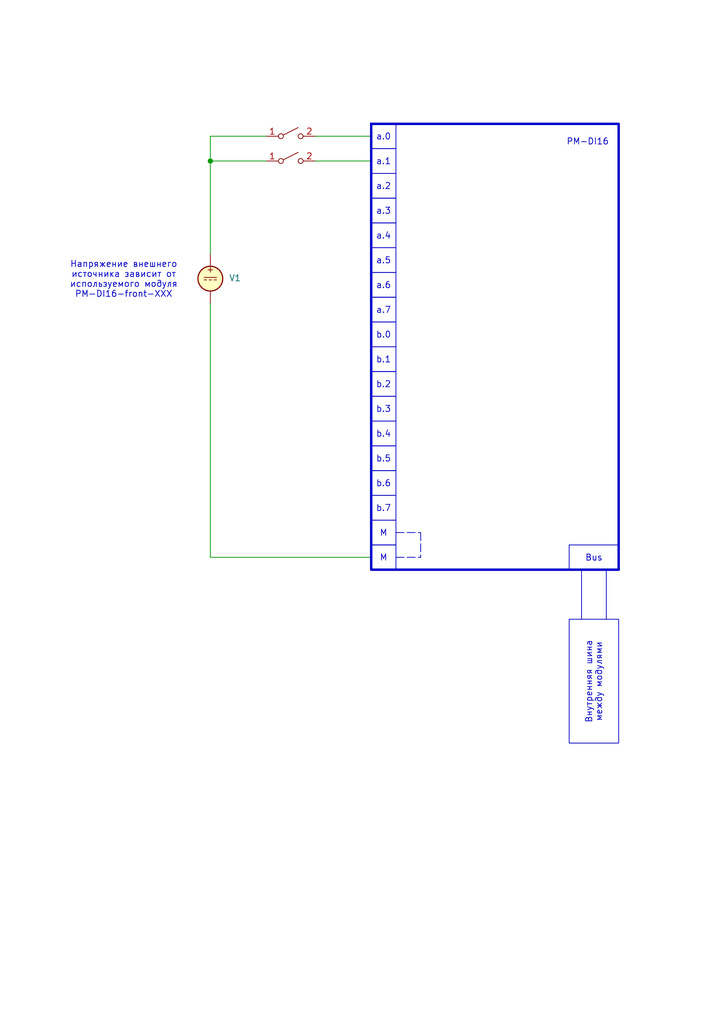
<source format=kicad_sch>
(kicad_sch (version 20231120) (generator "eeschema") (generator_version "8.0")
  (paper "A5" portrait)
  (title_block (title "Схема внешних подлючений PM-DI16") (date "2024-07-12"))
  (lib_symbols
    (symbol "Simulation_SPICE:VDC" (pin_numbers hide) (pin_names (offset 0.0254))
      (property "Reference" "V" (at 2.54 2.54 0))
      (property "Value" "1" (at 2.54 0 0))
      (symbol "VDC_0_0"
        (polyline (pts (xy -1.27 0.254) (xy 1.27 0.254)))
        (polyline (pts (xy -0.762 -0.254) (xy -1.27 -0.254)))
        (polyline (pts (xy 0.254 -0.254) (xy -0.254 -0.254)))
        (polyline (pts (xy 1.27 -0.254) (xy 0.762 -0.254)))
        (text "+" (at 0 1.905 0) (effects (font (size 1.27 1.27))))
      )
      (symbol "VDC_0_1"
        (circle (center 0 0) (radius 2.54) (stroke (width 0.254)) (fill (type background)))
      )
      (symbol "VDC_1_1"
        (pin passive line (at 0 5.08 270) (length 2.54) (name "~") (number "1"))
        (pin passive line (at 0 -5.08 90) (length 2.54) (name "~") (number "2"))
      )
    )
    (symbol "Switch:SW_SPST" (pin_names (offset 0) hide)
      (property "Reference" "SW" (at 0 3.175 0))
      (property "Value" "SW_SPST" (at 0 -2.54 0))
      (symbol "SW_SPST_0_0"
        (circle (center -2.032 0) (radius 0.508))
        (polyline (pts (xy -1.524 0.254) (xy 1.524 1.778)))
        (circle (center 2.032 0) (radius 0.508))
      )
      (symbol "SW_SPST_1_1"
        (pin passive line (at -5.08 0 0) (length 2.54) (name "A") (number "1"))
        (pin passive line (at 5.08 0 180) (length 2.54) (name "B") (number "2"))
      )
    )
  )
  (junction (at 43.18 33.02))
  (polyline (pts (xy 124.46 116.84) (xy 124.46 127)))
  (wire (pts (xy 43.18 33.02) (xy 54.61 33.02)))
  (wire (pts (xy 43.18 114.3) (xy 76.2 114.3)))
  (wire (pts (xy 64.77 33.02) (xy 76.2 33.02)))
  (polyline (pts (xy 81.28 114.3) (xy 86.36 114.3)) (stroke (width 0) (type dash)))
  (wire (pts (xy 43.18 27.94) (xy 54.61 27.94)))
  (polyline (pts (xy 119.38 116.84) (xy 119.38 127)))
  (wire (pts (xy 43.18 33.02) (xy 43.18 52.07)))
  (wire (pts (xy 43.18 27.94) (xy 43.18 33.02)))
  (polyline (pts (xy 81.28 109.22) (xy 86.36 109.22)) (stroke (width 0) (type dash)))
  (wire (pts (xy 64.77 27.94) (xy 76.2 27.94)))
  (polyline (pts (xy 86.36 109.22) (xy 86.36 114.3)) (stroke (width 0) (type dash)))
  (wire (pts (xy 43.18 114.3) (xy 43.18 62.23)))
  (rectangle (start 76.2 25.4) (end 127 116.84) (stroke (width 0.5)))
  (text_box "Напряжение внешнего источника зависит от используемого модуля PM-DI16-front-XXX" (at 12.7 50.8 0) (size 25.4 12.7) (stroke (width -0.0001)) (effects (font (size 1.27 1.27))))
  (text_box "b.2" (at 76.2 76.2 0) (size 5.08 5.08) (effects (font (size 1.27 1.27))))
  (text_box "Bus" (at 116.84 111.76 0) (size 10.16 5.08) (effects (font (size 1.27 1.27))))
  (text_box "a.3" (at 76.2 40.64 0) (size 5.08 5.08) (effects (font (size 1.27 1.27))))
  (text_box "a.6" (at 76.2 55.88 0) (size 5.08 5.08) (effects (font (size 1.27 1.27))))
  (text_box "b.5" (at 76.2 91.44 0) (size 5.08 5.08) (effects (font (size 1.27 1.27))))
  (text_box "b.1" (at 76.2 71.12 0) (size 5.08 5.08) (effects (font (size 1.27 1.27))))
  (text_box "a.0" (at 76.2 25.4 0) (size 5.08 5.08) (effects (font (size 1.27 1.27))))
  (text_box "b.0" (at 76.2 66.04 0) (size 5.08 5.08) (effects (font (size 1.27 1.27))))
  (text_box "Внутренняя шина между модулями" (at 116.84 127 90) (size 10.16 25.4) (effects (font (size 1.27 1.27))))
  (text_box "a.5" (at 76.2 50.8 0) (size 5.08 5.08) (effects (font (size 1.27 1.27))))
  (text_box "b.7" (at 76.2 101.6 0) (size 5.08 5.08) (effects (font (size 1.27 1.27))))
  (text_box "a.4" (at 76.2 45.72 0) (size 5.08 5.08) (effects (font (size 1.27 1.27))))
  (text_box "b.3" (at 76.2 81.28 0) (size 5.08 5.08) (effects (font (size 1.27 1.27))))
  (text_box "b.4" (at 76.2 86.36 0) (size 5.08 5.08) (effects (font (size 1.27 1.27))))
  (text_box "a.7" (at 76.2 60.96 0) (size 5.08 5.08) (effects (font (size 1.27 1.27))))
  (text_box "M" (at 76.2 111.76 0) (size 5.08 5.08) (effects (font (size 1.27 1.27))))
  (text_box "M" (at 76.2 106.68 0) (size 5.08 5.08) (effects (font (size 1.27 1.27))))
  (text_box "b.6" (at 76.2 96.52 0) (size 5.08 5.08) (effects (font (size 1.27 1.27))))
  (text_box "a.1" (at 76.2 30.48 0) (size 5.08 5.08) (effects (font (size 1.27 1.27))))
  (text_box "a.2" (at 76.2 35.56 0) (size 5.08 5.08) (effects (font (size 1.27 1.27))))
  (text "PM-DI16" (at 120.65 29.21 0) (effects (font (size 1.27 1.27))))
  (symbol (lib_id "Switch:SW_SPST") (at 59.69 27.94 0) (unit 1) (in_bom no) (on_board no)
    (property "Reference" "SW1" (effects (hide yes)))
    (property "Value" "SW_SPST" (effects (hide yes)))
    (property "Description" "Single Pole Single Throw (SPST) switch" (effects (hide yes)))
  )
  (symbol (lib_id "Simulation_SPICE:VDC") (at 43.18 57.15 0) (unit 1) (in_bom no) (on_board no)
    (property "Reference" "V1" (at 46.99 57.0201 0) (effects (justify left)))
    (property "Value" "1" (effects (hide yes)))
    (property "Datasheet" "https://ngspice.sourceforge.io/docs/ngspice-html-manual/manual.xhtml#sec_Independent_Sources_for" (effects (hide yes)))
    (property "Description" "Voltage source, DC" (effects (hide yes)))
    (property "Sim.Pins" "1=+ 2=-" (effects (hide yes)))
    (property "Sim.Type" "DC" (effects (hide yes)))
    (property "Sim.Device" "V" (effects (hide yes)))
  )
  (symbol (lib_id "Switch:SW_SPST") (at 59.69 33.02 0) (unit 1) (in_bom no) (on_board no)
    (property "Reference" "SW2" (effects (hide yes)))
    (property "Value" "SW_SPST" (effects (hide yes)))
    (property "Description" "Single Pole Single Throw (SPST) switch" (effects (hide yes)))
  )
)
</source>
